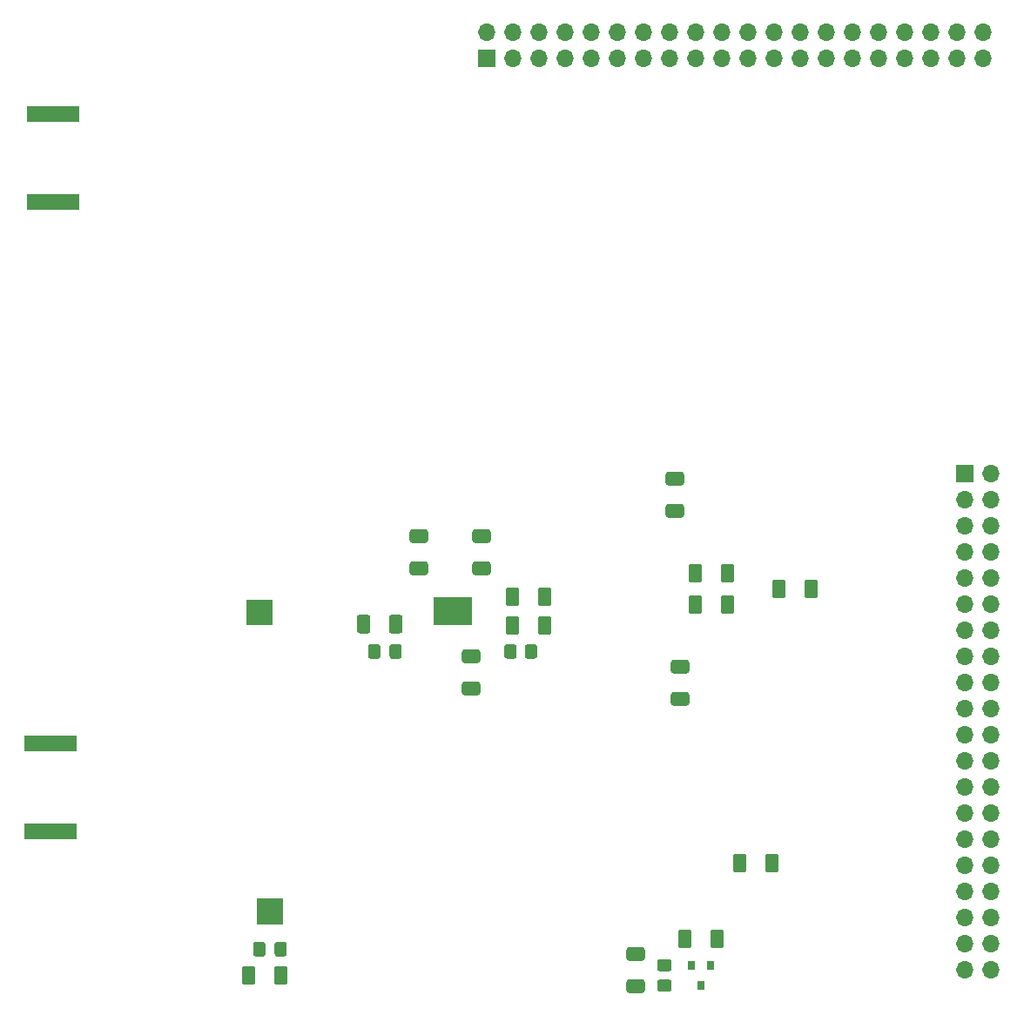
<source format=gbr>
%TF.GenerationSoftware,KiCad,Pcbnew,(5.1.8)-1*%
%TF.CreationDate,2020-12-04T16:08:35+03:00*%
%TF.ProjectId,SDR,5344522e-6b69-4636-9164-5f7063625858,rev?*%
%TF.SameCoordinates,Original*%
%TF.FileFunction,Soldermask,Bot*%
%TF.FilePolarity,Negative*%
%FSLAX46Y46*%
G04 Gerber Fmt 4.6, Leading zero omitted, Abs format (unit mm)*
G04 Created by KiCad (PCBNEW (5.1.8)-1) date 2020-12-04 16:08:35*
%MOMM*%
%LPD*%
G01*
G04 APERTURE LIST*
%ADD10C,0.100000*%
%ADD11O,1.700000X1.700000*%
%ADD12R,1.700000X1.700000*%
%ADD13R,5.080000X1.500000*%
%ADD14R,0.800000X0.900000*%
G04 APERTURE END LIST*
D10*
G36*
X81762600Y-160883600D02*
G01*
X79273400Y-160883600D01*
X79273400Y-158394400D01*
X81762600Y-158394400D01*
X81762600Y-160883600D01*
G37*
G36*
X80746600Y-131800600D02*
G01*
X78257400Y-131800600D01*
X78257400Y-129311400D01*
X80746600Y-129311400D01*
X80746600Y-131800600D01*
G37*
G36*
X100126800Y-131749800D02*
G01*
X96469200Y-131749800D01*
X96469200Y-129108200D01*
X100126800Y-129108200D01*
X100126800Y-131749800D01*
G37*
%TO.C,C27*%
G36*
G01*
X106564000Y-132476001D02*
X106564000Y-131175999D01*
G75*
G02*
X106813999Y-130926000I249999J0D01*
G01*
X107639001Y-130926000D01*
G75*
G02*
X107889000Y-131175999I0J-249999D01*
G01*
X107889000Y-132476001D01*
G75*
G02*
X107639001Y-132726000I-249999J0D01*
G01*
X106813999Y-132726000D01*
G75*
G02*
X106564000Y-132476001I0J249999D01*
G01*
G37*
G36*
G01*
X103439000Y-132476001D02*
X103439000Y-131175999D01*
G75*
G02*
X103688999Y-130926000I249999J0D01*
G01*
X104514001Y-130926000D01*
G75*
G02*
X104764000Y-131175999I0J-249999D01*
G01*
X104764000Y-132476001D01*
G75*
G02*
X104514001Y-132726000I-249999J0D01*
G01*
X103688999Y-132726000D01*
G75*
G02*
X103439000Y-132476001I0J249999D01*
G01*
G37*
%TD*%
%TO.C,R21*%
G36*
G01*
X119322001Y-165462000D02*
X118421999Y-165462000D01*
G75*
G02*
X118172000Y-165212001I0J249999D01*
G01*
X118172000Y-164511999D01*
G75*
G02*
X118421999Y-164262000I249999J0D01*
G01*
X119322001Y-164262000D01*
G75*
G02*
X119572000Y-164511999I0J-249999D01*
G01*
X119572000Y-165212001D01*
G75*
G02*
X119322001Y-165462000I-249999J0D01*
G01*
G37*
G36*
G01*
X119322001Y-167462000D02*
X118421999Y-167462000D01*
G75*
G02*
X118172000Y-167212001I0J249999D01*
G01*
X118172000Y-166511999D01*
G75*
G02*
X118421999Y-166262000I249999J0D01*
G01*
X119322001Y-166262000D01*
G75*
G02*
X119572000Y-166511999I0J-249999D01*
G01*
X119572000Y-167212001D01*
G75*
G02*
X119322001Y-167462000I-249999J0D01*
G01*
G37*
%TD*%
%TO.C,R6*%
G36*
G01*
X104502000Y-133915999D02*
X104502000Y-134816001D01*
G75*
G02*
X104252001Y-135066000I-249999J0D01*
G01*
X103551999Y-135066000D01*
G75*
G02*
X103302000Y-134816001I0J249999D01*
G01*
X103302000Y-133915999D01*
G75*
G02*
X103551999Y-133666000I249999J0D01*
G01*
X104252001Y-133666000D01*
G75*
G02*
X104502000Y-133915999I0J-249999D01*
G01*
G37*
G36*
G01*
X106502000Y-133915999D02*
X106502000Y-134816001D01*
G75*
G02*
X106252001Y-135066000I-249999J0D01*
G01*
X105551999Y-135066000D01*
G75*
G02*
X105302000Y-134816001I0J249999D01*
G01*
X105302000Y-133915999D01*
G75*
G02*
X105551999Y-133666000I249999J0D01*
G01*
X106252001Y-133666000D01*
G75*
G02*
X106502000Y-133915999I0J-249999D01*
G01*
G37*
%TD*%
D11*
%TO.C,J4*%
X149860000Y-74168000D03*
X149860000Y-76708000D03*
X147320000Y-74168000D03*
X147320000Y-76708000D03*
X144780000Y-74168000D03*
X144780000Y-76708000D03*
X142240000Y-74168000D03*
X142240000Y-76708000D03*
X139700000Y-74168000D03*
X139700000Y-76708000D03*
X137160000Y-74168000D03*
X137160000Y-76708000D03*
X134620000Y-74168000D03*
X134620000Y-76708000D03*
X132080000Y-74168000D03*
X132080000Y-76708000D03*
X129540000Y-74168000D03*
X129540000Y-76708000D03*
X127000000Y-74168000D03*
X127000000Y-76708000D03*
X124460000Y-74168000D03*
X124460000Y-76708000D03*
X121920000Y-74168000D03*
X121920000Y-76708000D03*
X119380000Y-74168000D03*
X119380000Y-76708000D03*
X116840000Y-74168000D03*
X116840000Y-76708000D03*
X114300000Y-74168000D03*
X114300000Y-76708000D03*
X111760000Y-74168000D03*
X111760000Y-76708000D03*
X109220000Y-74168000D03*
X109220000Y-76708000D03*
X106680000Y-74168000D03*
X106680000Y-76708000D03*
X104140000Y-74168000D03*
X104140000Y-76708000D03*
X101600000Y-74168000D03*
D12*
X101600000Y-76708000D03*
%TD*%
D11*
%TO.C,J3*%
X150622000Y-165354000D03*
X148082000Y-165354000D03*
X150622000Y-162814000D03*
X148082000Y-162814000D03*
X150622000Y-160274000D03*
X148082000Y-160274000D03*
X150622000Y-157734000D03*
X148082000Y-157734000D03*
X150622000Y-155194000D03*
X148082000Y-155194000D03*
X150622000Y-152654000D03*
X148082000Y-152654000D03*
X150622000Y-150114000D03*
X148082000Y-150114000D03*
X150622000Y-147574000D03*
X148082000Y-147574000D03*
X150622000Y-145034000D03*
X148082000Y-145034000D03*
X150622000Y-142494000D03*
X148082000Y-142494000D03*
X150622000Y-139954000D03*
X148082000Y-139954000D03*
X150622000Y-137414000D03*
X148082000Y-137414000D03*
X150622000Y-134874000D03*
X148082000Y-134874000D03*
X150622000Y-132334000D03*
X148082000Y-132334000D03*
X150622000Y-129794000D03*
X148082000Y-129794000D03*
X150622000Y-127254000D03*
X148082000Y-127254000D03*
X150622000Y-124714000D03*
X148082000Y-124714000D03*
X150622000Y-122174000D03*
X148082000Y-122174000D03*
X150622000Y-119634000D03*
X148082000Y-119634000D03*
X150622000Y-117094000D03*
D12*
X148082000Y-117094000D03*
%TD*%
D13*
%TO.C,J2*%
X59182000Y-151824000D03*
X59182000Y-143324000D03*
%TD*%
%TO.C,J1*%
X59436000Y-90610000D03*
X59436000Y-82110000D03*
%TD*%
D14*
%TO.C,D8*%
X122428000Y-166862000D03*
X123378000Y-164862000D03*
X121478000Y-164862000D03*
%TD*%
%TO.C,C86*%
G36*
G01*
X115427999Y-166254000D02*
X116728001Y-166254000D01*
G75*
G02*
X116978000Y-166503999I0J-249999D01*
G01*
X116978000Y-167329001D01*
G75*
G02*
X116728001Y-167579000I-249999J0D01*
G01*
X115427999Y-167579000D01*
G75*
G02*
X115178000Y-167329001I0J249999D01*
G01*
X115178000Y-166503999D01*
G75*
G02*
X115427999Y-166254000I249999J0D01*
G01*
G37*
G36*
G01*
X115427999Y-163129000D02*
X116728001Y-163129000D01*
G75*
G02*
X116978000Y-163378999I0J-249999D01*
G01*
X116978000Y-164204001D01*
G75*
G02*
X116728001Y-164454000I-249999J0D01*
G01*
X115427999Y-164454000D01*
G75*
G02*
X115178000Y-164204001I0J249999D01*
G01*
X115178000Y-163378999D01*
G75*
G02*
X115427999Y-163129000I249999J0D01*
G01*
G37*
%TD*%
%TO.C,C85*%
G36*
G01*
X128662000Y-155590001D02*
X128662000Y-154289999D01*
G75*
G02*
X128911999Y-154040000I249999J0D01*
G01*
X129737001Y-154040000D01*
G75*
G02*
X129987000Y-154289999I0J-249999D01*
G01*
X129987000Y-155590001D01*
G75*
G02*
X129737001Y-155840000I-249999J0D01*
G01*
X128911999Y-155840000D01*
G75*
G02*
X128662000Y-155590001I0J249999D01*
G01*
G37*
G36*
G01*
X125537000Y-155590001D02*
X125537000Y-154289999D01*
G75*
G02*
X125786999Y-154040000I249999J0D01*
G01*
X126612001Y-154040000D01*
G75*
G02*
X126862000Y-154289999I0J-249999D01*
G01*
X126862000Y-155590001D01*
G75*
G02*
X126612001Y-155840000I-249999J0D01*
G01*
X125786999Y-155840000D01*
G75*
G02*
X125537000Y-155590001I0J249999D01*
G01*
G37*
%TD*%
%TO.C,C84*%
G36*
G01*
X123328000Y-162956001D02*
X123328000Y-161655999D01*
G75*
G02*
X123577999Y-161406000I249999J0D01*
G01*
X124403001Y-161406000D01*
G75*
G02*
X124653000Y-161655999I0J-249999D01*
G01*
X124653000Y-162956001D01*
G75*
G02*
X124403001Y-163206000I-249999J0D01*
G01*
X123577999Y-163206000D01*
G75*
G02*
X123328000Y-162956001I0J249999D01*
G01*
G37*
G36*
G01*
X120203000Y-162956001D02*
X120203000Y-161655999D01*
G75*
G02*
X120452999Y-161406000I249999J0D01*
G01*
X121278001Y-161406000D01*
G75*
G02*
X121528000Y-161655999I0J-249999D01*
G01*
X121528000Y-162956001D01*
G75*
G02*
X121278001Y-163206000I-249999J0D01*
G01*
X120452999Y-163206000D01*
G75*
G02*
X120203000Y-162956001I0J249999D01*
G01*
G37*
%TD*%
%TO.C,C111*%
G36*
G01*
X130672000Y-127619999D02*
X130672000Y-128920001D01*
G75*
G02*
X130422001Y-129170000I-249999J0D01*
G01*
X129596999Y-129170000D01*
G75*
G02*
X129347000Y-128920001I0J249999D01*
G01*
X129347000Y-127619999D01*
G75*
G02*
X129596999Y-127370000I249999J0D01*
G01*
X130422001Y-127370000D01*
G75*
G02*
X130672000Y-127619999I0J-249999D01*
G01*
G37*
G36*
G01*
X133797000Y-127619999D02*
X133797000Y-128920001D01*
G75*
G02*
X133547001Y-129170000I-249999J0D01*
G01*
X132721999Y-129170000D01*
G75*
G02*
X132472000Y-128920001I0J249999D01*
G01*
X132472000Y-127619999D01*
G75*
G02*
X132721999Y-127370000I249999J0D01*
G01*
X133547001Y-127370000D01*
G75*
G02*
X133797000Y-127619999I0J-249999D01*
G01*
G37*
%TD*%
%TO.C,C109*%
G36*
G01*
X124344000Y-130444001D02*
X124344000Y-129143999D01*
G75*
G02*
X124593999Y-128894000I249999J0D01*
G01*
X125419001Y-128894000D01*
G75*
G02*
X125669000Y-129143999I0J-249999D01*
G01*
X125669000Y-130444001D01*
G75*
G02*
X125419001Y-130694000I-249999J0D01*
G01*
X124593999Y-130694000D01*
G75*
G02*
X124344000Y-130444001I0J249999D01*
G01*
G37*
G36*
G01*
X121219000Y-130444001D02*
X121219000Y-129143999D01*
G75*
G02*
X121468999Y-128894000I249999J0D01*
G01*
X122294001Y-128894000D01*
G75*
G02*
X122544000Y-129143999I0J-249999D01*
G01*
X122544000Y-130444001D01*
G75*
G02*
X122294001Y-130694000I-249999J0D01*
G01*
X121468999Y-130694000D01*
G75*
G02*
X121219000Y-130444001I0J249999D01*
G01*
G37*
%TD*%
%TO.C,C108*%
G36*
G01*
X119237999Y-120026000D02*
X120538001Y-120026000D01*
G75*
G02*
X120788000Y-120275999I0J-249999D01*
G01*
X120788000Y-121101001D01*
G75*
G02*
X120538001Y-121351000I-249999J0D01*
G01*
X119237999Y-121351000D01*
G75*
G02*
X118988000Y-121101001I0J249999D01*
G01*
X118988000Y-120275999D01*
G75*
G02*
X119237999Y-120026000I249999J0D01*
G01*
G37*
G36*
G01*
X119237999Y-116901000D02*
X120538001Y-116901000D01*
G75*
G02*
X120788000Y-117150999I0J-249999D01*
G01*
X120788000Y-117976001D01*
G75*
G02*
X120538001Y-118226000I-249999J0D01*
G01*
X119237999Y-118226000D01*
G75*
G02*
X118988000Y-117976001I0J249999D01*
G01*
X118988000Y-117150999D01*
G75*
G02*
X119237999Y-116901000I249999J0D01*
G01*
G37*
%TD*%
%TO.C,C106*%
G36*
G01*
X124344000Y-127396001D02*
X124344000Y-126095999D01*
G75*
G02*
X124593999Y-125846000I249999J0D01*
G01*
X125419001Y-125846000D01*
G75*
G02*
X125669000Y-126095999I0J-249999D01*
G01*
X125669000Y-127396001D01*
G75*
G02*
X125419001Y-127646000I-249999J0D01*
G01*
X124593999Y-127646000D01*
G75*
G02*
X124344000Y-127396001I0J249999D01*
G01*
G37*
G36*
G01*
X121219000Y-127396001D02*
X121219000Y-126095999D01*
G75*
G02*
X121468999Y-125846000I249999J0D01*
G01*
X122294001Y-125846000D01*
G75*
G02*
X122544000Y-126095999I0J-249999D01*
G01*
X122544000Y-127396001D01*
G75*
G02*
X122294001Y-127646000I-249999J0D01*
G01*
X121468999Y-127646000D01*
G75*
G02*
X121219000Y-127396001I0J249999D01*
G01*
G37*
%TD*%
%TO.C,C104*%
G36*
G01*
X121046001Y-136514000D02*
X119745999Y-136514000D01*
G75*
G02*
X119496000Y-136264001I0J249999D01*
G01*
X119496000Y-135438999D01*
G75*
G02*
X119745999Y-135189000I249999J0D01*
G01*
X121046001Y-135189000D01*
G75*
G02*
X121296000Y-135438999I0J-249999D01*
G01*
X121296000Y-136264001D01*
G75*
G02*
X121046001Y-136514000I-249999J0D01*
G01*
G37*
G36*
G01*
X121046001Y-139639000D02*
X119745999Y-139639000D01*
G75*
G02*
X119496000Y-139389001I0J249999D01*
G01*
X119496000Y-138563999D01*
G75*
G02*
X119745999Y-138314000I249999J0D01*
G01*
X121046001Y-138314000D01*
G75*
G02*
X121296000Y-138563999I0J-249999D01*
G01*
X121296000Y-139389001D01*
G75*
G02*
X121046001Y-139639000I-249999J0D01*
G01*
G37*
%TD*%
%TO.C,C33*%
G36*
G01*
X80968000Y-163797000D02*
X80968000Y-162847000D01*
G75*
G02*
X81218000Y-162597000I250000J0D01*
G01*
X81893000Y-162597000D01*
G75*
G02*
X82143000Y-162847000I0J-250000D01*
G01*
X82143000Y-163797000D01*
G75*
G02*
X81893000Y-164047000I-250000J0D01*
G01*
X81218000Y-164047000D01*
G75*
G02*
X80968000Y-163797000I0J250000D01*
G01*
G37*
G36*
G01*
X78893000Y-163797000D02*
X78893000Y-162847000D01*
G75*
G02*
X79143000Y-162597000I250000J0D01*
G01*
X79818000Y-162597000D01*
G75*
G02*
X80068000Y-162847000I0J-250000D01*
G01*
X80068000Y-163797000D01*
G75*
G02*
X79818000Y-164047000I-250000J0D01*
G01*
X79143000Y-164047000D01*
G75*
G02*
X78893000Y-163797000I0J250000D01*
G01*
G37*
%TD*%
%TO.C,C32*%
G36*
G01*
X80910000Y-166512001D02*
X80910000Y-165211999D01*
G75*
G02*
X81159999Y-164962000I249999J0D01*
G01*
X81985001Y-164962000D01*
G75*
G02*
X82235000Y-165211999I0J-249999D01*
G01*
X82235000Y-166512001D01*
G75*
G02*
X81985001Y-166762000I-249999J0D01*
G01*
X81159999Y-166762000D01*
G75*
G02*
X80910000Y-166512001I0J249999D01*
G01*
G37*
G36*
G01*
X77785000Y-166512001D02*
X77785000Y-165211999D01*
G75*
G02*
X78034999Y-164962000I249999J0D01*
G01*
X78860001Y-164962000D01*
G75*
G02*
X79110000Y-165211999I0J-249999D01*
G01*
X79110000Y-166512001D01*
G75*
G02*
X78860001Y-166762000I-249999J0D01*
G01*
X78034999Y-166762000D01*
G75*
G02*
X77785000Y-166512001I0J249999D01*
G01*
G37*
%TD*%
%TO.C,C30*%
G36*
G01*
X99425999Y-137298000D02*
X100726001Y-137298000D01*
G75*
G02*
X100976000Y-137547999I0J-249999D01*
G01*
X100976000Y-138373001D01*
G75*
G02*
X100726001Y-138623000I-249999J0D01*
G01*
X99425999Y-138623000D01*
G75*
G02*
X99176000Y-138373001I0J249999D01*
G01*
X99176000Y-137547999D01*
G75*
G02*
X99425999Y-137298000I249999J0D01*
G01*
G37*
G36*
G01*
X99425999Y-134173000D02*
X100726001Y-134173000D01*
G75*
G02*
X100976000Y-134422999I0J-249999D01*
G01*
X100976000Y-135248001D01*
G75*
G02*
X100726001Y-135498000I-249999J0D01*
G01*
X99425999Y-135498000D01*
G75*
G02*
X99176000Y-135248001I0J249999D01*
G01*
X99176000Y-134422999D01*
G75*
G02*
X99425999Y-134173000I249999J0D01*
G01*
G37*
%TD*%
%TO.C,C29*%
G36*
G01*
X101742001Y-123814000D02*
X100441999Y-123814000D01*
G75*
G02*
X100192000Y-123564001I0J249999D01*
G01*
X100192000Y-122738999D01*
G75*
G02*
X100441999Y-122489000I249999J0D01*
G01*
X101742001Y-122489000D01*
G75*
G02*
X101992000Y-122738999I0J-249999D01*
G01*
X101992000Y-123564001D01*
G75*
G02*
X101742001Y-123814000I-249999J0D01*
G01*
G37*
G36*
G01*
X101742001Y-126939000D02*
X100441999Y-126939000D01*
G75*
G02*
X100192000Y-126689001I0J249999D01*
G01*
X100192000Y-125863999D01*
G75*
G02*
X100441999Y-125614000I249999J0D01*
G01*
X101742001Y-125614000D01*
G75*
G02*
X101992000Y-125863999I0J-249999D01*
G01*
X101992000Y-126689001D01*
G75*
G02*
X101742001Y-126939000I-249999J0D01*
G01*
G37*
%TD*%
%TO.C,C28*%
G36*
G01*
X106564000Y-129682001D02*
X106564000Y-128381999D01*
G75*
G02*
X106813999Y-128132000I249999J0D01*
G01*
X107639001Y-128132000D01*
G75*
G02*
X107889000Y-128381999I0J-249999D01*
G01*
X107889000Y-129682001D01*
G75*
G02*
X107639001Y-129932000I-249999J0D01*
G01*
X106813999Y-129932000D01*
G75*
G02*
X106564000Y-129682001I0J249999D01*
G01*
G37*
G36*
G01*
X103439000Y-129682001D02*
X103439000Y-128381999D01*
G75*
G02*
X103688999Y-128132000I249999J0D01*
G01*
X104514001Y-128132000D01*
G75*
G02*
X104764000Y-128381999I0J-249999D01*
G01*
X104764000Y-129682001D01*
G75*
G02*
X104514001Y-129932000I-249999J0D01*
G01*
X103688999Y-129932000D01*
G75*
G02*
X103439000Y-129682001I0J249999D01*
G01*
G37*
%TD*%
%TO.C,C26*%
G36*
G01*
X90286000Y-131048999D02*
X90286000Y-132349001D01*
G75*
G02*
X90036001Y-132599000I-249999J0D01*
G01*
X89210999Y-132599000D01*
G75*
G02*
X88961000Y-132349001I0J249999D01*
G01*
X88961000Y-131048999D01*
G75*
G02*
X89210999Y-130799000I249999J0D01*
G01*
X90036001Y-130799000D01*
G75*
G02*
X90286000Y-131048999I0J-249999D01*
G01*
G37*
G36*
G01*
X93411000Y-131048999D02*
X93411000Y-132349001D01*
G75*
G02*
X93161001Y-132599000I-249999J0D01*
G01*
X92335999Y-132599000D01*
G75*
G02*
X92086000Y-132349001I0J249999D01*
G01*
X92086000Y-131048999D01*
G75*
G02*
X92335999Y-130799000I249999J0D01*
G01*
X93161001Y-130799000D01*
G75*
G02*
X93411000Y-131048999I0J-249999D01*
G01*
G37*
%TD*%
%TO.C,C25*%
G36*
G01*
X95646001Y-123814000D02*
X94345999Y-123814000D01*
G75*
G02*
X94096000Y-123564001I0J249999D01*
G01*
X94096000Y-122738999D01*
G75*
G02*
X94345999Y-122489000I249999J0D01*
G01*
X95646001Y-122489000D01*
G75*
G02*
X95896000Y-122738999I0J-249999D01*
G01*
X95896000Y-123564001D01*
G75*
G02*
X95646001Y-123814000I-249999J0D01*
G01*
G37*
G36*
G01*
X95646001Y-126939000D02*
X94345999Y-126939000D01*
G75*
G02*
X94096000Y-126689001I0J249999D01*
G01*
X94096000Y-125863999D01*
G75*
G02*
X94345999Y-125614000I249999J0D01*
G01*
X95646001Y-125614000D01*
G75*
G02*
X95896000Y-125863999I0J-249999D01*
G01*
X95896000Y-126689001D01*
G75*
G02*
X95646001Y-126939000I-249999J0D01*
G01*
G37*
%TD*%
%TO.C,C24*%
G36*
G01*
X92144000Y-134841000D02*
X92144000Y-133891000D01*
G75*
G02*
X92394000Y-133641000I250000J0D01*
G01*
X93069000Y-133641000D01*
G75*
G02*
X93319000Y-133891000I0J-250000D01*
G01*
X93319000Y-134841000D01*
G75*
G02*
X93069000Y-135091000I-250000J0D01*
G01*
X92394000Y-135091000D01*
G75*
G02*
X92144000Y-134841000I0J250000D01*
G01*
G37*
G36*
G01*
X90069000Y-134841000D02*
X90069000Y-133891000D01*
G75*
G02*
X90319000Y-133641000I250000J0D01*
G01*
X90994000Y-133641000D01*
G75*
G02*
X91244000Y-133891000I0J-250000D01*
G01*
X91244000Y-134841000D01*
G75*
G02*
X90994000Y-135091000I-250000J0D01*
G01*
X90319000Y-135091000D01*
G75*
G02*
X90069000Y-134841000I0J250000D01*
G01*
G37*
%TD*%
M02*

</source>
